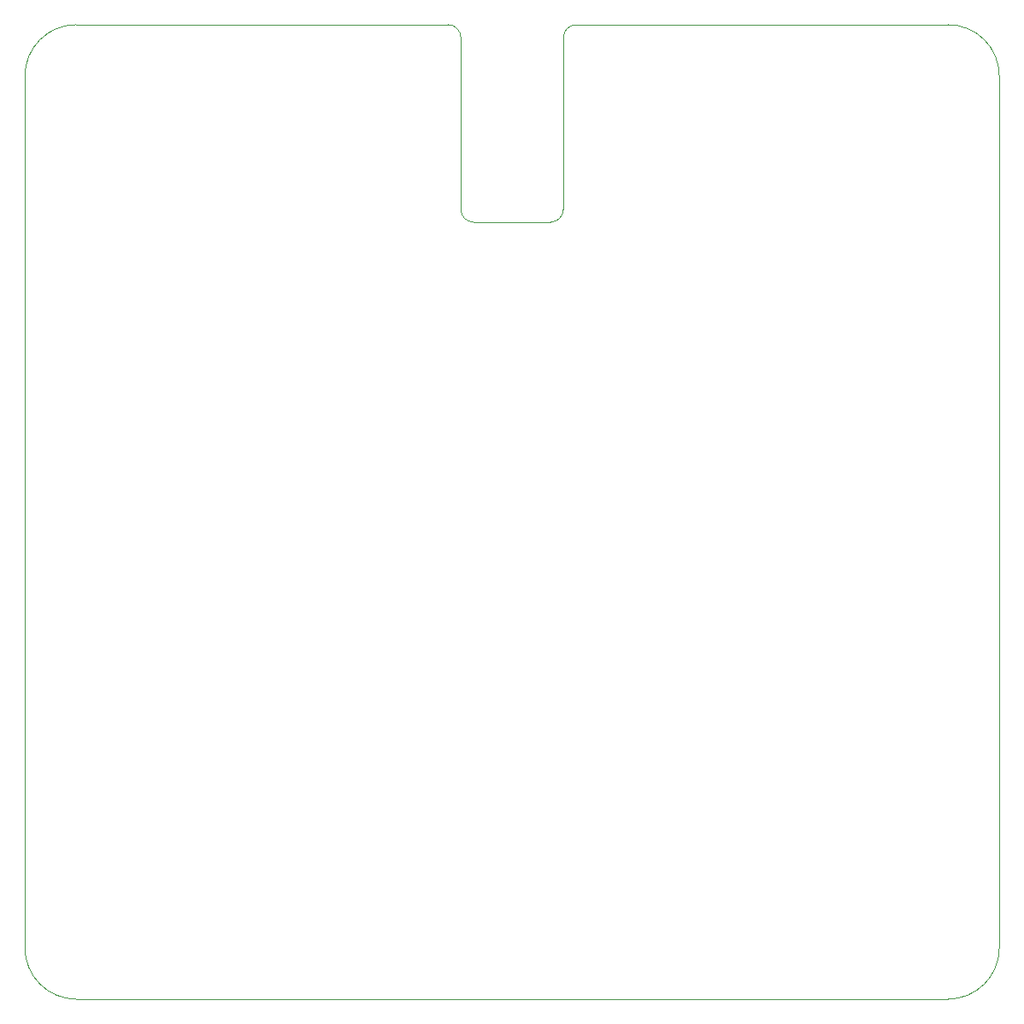
<source format=gm1>
%TF.GenerationSoftware,KiCad,Pcbnew,(7.0.0-rc2-208-g52b07b8bac)*%
%TF.CreationDate,2023-02-12T15:55:42-08:00*%
%TF.ProjectId,home-automation-sensor-lora,686f6d65-2d61-4757-946f-6d6174696f6e,rev?*%
%TF.SameCoordinates,Original*%
%TF.FileFunction,Profile,NP*%
%FSLAX46Y46*%
G04 Gerber Fmt 4.6, Leading zero omitted, Abs format (unit mm)*
G04 Created by KiCad (PCBNEW (7.0.0-rc2-208-g52b07b8bac)) date 2023-02-12 15:55:42*
%MOMM*%
%LPD*%
G01*
G04 APERTURE LIST*
%TA.AperFunction,Profile*%
%ADD10C,0.100000*%
%TD*%
G04 APERTURE END LIST*
D10*
X218988998Y-36355002D02*
G75*
G03*
X213909001Y-31275002I-5079998J2D01*
G01*
X177079001Y-31275001D02*
G75*
G03*
X175809001Y-32545001I-1J-1269999D01*
G01*
X174539001Y-50833001D02*
X166919001Y-50833001D01*
X127549001Y-31275001D02*
G75*
G03*
X122469001Y-36355002I-1J-5079999D01*
G01*
X127549001Y-127795002D02*
X213909001Y-127795002D01*
X177079001Y-31275001D02*
X213909001Y-31275002D01*
X165648999Y-32545001D02*
G75*
G03*
X164379001Y-31275001I-1269999J1D01*
G01*
X122469001Y-36355002D02*
X122469001Y-122715002D01*
X175809001Y-32545001D02*
X175809001Y-49563001D01*
X164379001Y-31275001D02*
X127549001Y-31275002D01*
X165648999Y-49563001D02*
G75*
G03*
X166919001Y-50833001I1270001J1D01*
G01*
X213909001Y-127795001D02*
G75*
G03*
X218989001Y-122715002I-1J5080001D01*
G01*
X218989001Y-122715002D02*
X218989001Y-36355002D01*
X174539001Y-50833001D02*
G75*
G03*
X175809001Y-49563001I-1J1270001D01*
G01*
X165649001Y-49563001D02*
X165649001Y-32545001D01*
X122468998Y-122715002D02*
G75*
G03*
X127549001Y-127795002I5080002J2D01*
G01*
M02*

</source>
